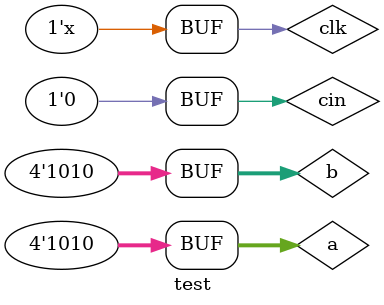
<source format=v>
`timescale 1ns / 1ps


module test();
reg clk;
reg rst;

reg[3:0] a;
reg[3:0] b;
wire [3:0] out;
wire cout;
reg cin;

initial begin 
   a=10;
   b=10;
   cin=0;
   clk=0;
end

always #10 clk=~clk;

addform add(
  .a(a),
  .b(b),
  .cin(cin),
  .cout(cout),
  .out(out)
    );
endmodule

</source>
